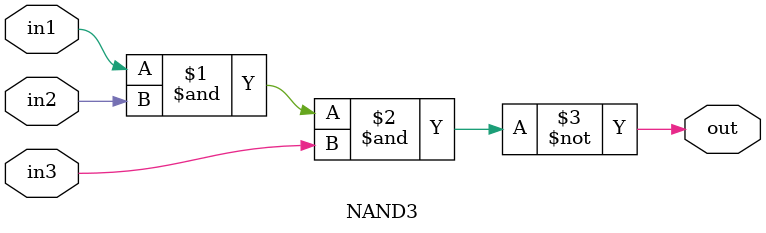
<source format=v>
`timescale 1ns / 1ps

module NAND3(in1, in2, in3, out);
    input in1, in2, in3;
    output out;
    assign out = ~(in1 & in2 & in3);
endmodule

</source>
